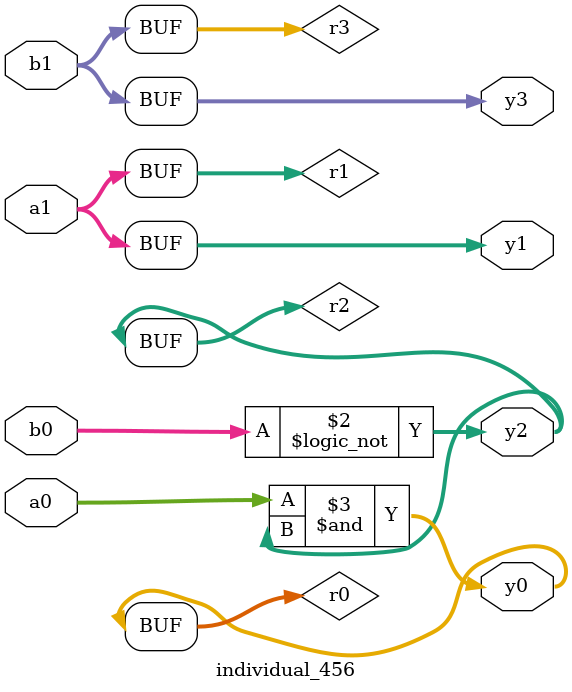
<source format=sv>
module individual_456(input logic [15:0] a1, input logic [15:0] a0, input logic [15:0] b1, input logic [15:0] b0, output logic [15:0] y3, output logic [15:0] y2, output logic [15:0] y1, output logic [15:0] y0);
logic [15:0] r0, r1, r2, r3; 
 always@(*) begin 
	 r0 = a0; r1 = a1; r2 = b0; r3 = b1; 
 	 r2 = ! r2 ;
 	 r0  &=  r2 ;
 	 y3 = r3; y2 = r2; y1 = r1; y0 = r0; 
end
endmodule
</source>
